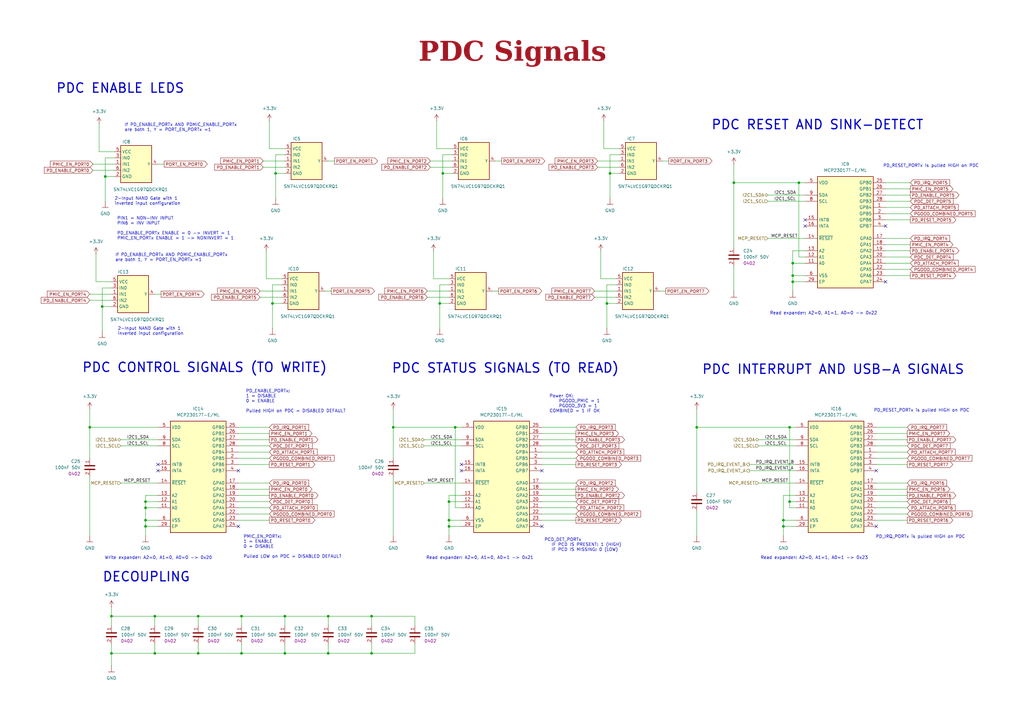
<source format=kicad_sch>
(kicad_sch (version 20250114) (generator "eeschema") (generator_version "9.0")
  (paper "A3")
  (title_block (title "PDC Signals") (date "2026-02-05") (rev "1.0.0") (company "DvidMakesThings"))
  (text "Read expander: A2=0, A1=1, A0=1 -> 0x23" (at 311.912 228.854 0) (effects (font (size 1.27 1.27)) (justify left)))
  (text "PD_RESET_PORTx is pulled HIGH on PDC" (at 358.394 168.402 0) (effects (font (size 1.27 1.27)) (justify left)))
  (text "DECOUPLING" (at 41.91 236.728 0) (effects (font (size 3.81 3.81) (thickness 0.508) (bold yes)) (justify left)))
  (text "Write expander: A2=0, A1=0, A0=0 -> 0x20" (at 42.926 228.854 0) (effects (font (size 1.27 1.27)) (justify left)))
  (text "PD_IRQ_PORTx is pulled HIGH on PDC" (at 359.156 220.218 0) (effects (font (size 1.27 1.27)) (justify left)))
  (text "PDC INTERRUPT AND USB-A SIGNALS" (at 287.782 151.638 0) (effects (font (size 3.81 3.81) (thickness 0.508) (bold yes)) (justify left)))
  (text "PD_ENABLE_PORTx: \n1 = DISABLE\n0 = ENABLE\n\nPulled HIGH on PDC = DISABLED DEFAULT" (at 100.838 164.592 0) (effects (font (size 1.27 1.27)) (justify left)))
  (text "Read expander: A2=0, A1=1, A0=0 -> 0x22" (at 315.722 128.524 0) (effects (font (size 1.27 1.27)) (justify left)))
  (text "PDC RESET AND SINK-DETECT" (at 291.592 51.308 0) (effects (font (size 3.81 3.81) (thickness 0.508) (bold yes)) (justify left)))
  (text "If PD_ENABLE_PORTx AND PDMIC_ENABLE_PORTx \nare both 1, Y = PORT_EN_PORTx =1" (at 47.244 105.664 0) (effects (font (size 1.27 1.27)) (justify left)))
  (text "PCD_DET_PORTx \n   IF PCD IS PRESENT: 1 (HIGH)\n   IF PCD IS MISSING: 0 (LOW)" (at 223.266 223.52 0) (effects (font (size 1.27 1.27)) (justify left)))
  (text "PDC STATUS SIGNALS (TO READ)" (at 160.528 151.13 0) (effects (font (size 3.81 3.81) (thickness 0.508) (bold yes)) (justify left)))
  (text "PD_RESET_PORTx is pulled HIGH on PDC" (at 362.204 68.072 0) (effects (font (size 1.27 1.27)) (justify left)))
  (text "2-Input NAND Gate with 1 \ninverted input configuration" (at 46.99 82.55 0) (effects (font (size 1.27 1.27)) (justify left)))
  (text "Read expander: A2=0, A1=0, A0=1 -> 0x21" (at 174.752 228.854 0) (effects (font (size 1.27 1.27)) (justify left)))
  (text "2-Input NAND Gate with 1 \ninverted input configuration" (at 48.26 135.89 0) (effects (font (size 1.27 1.27)) (justify left)))
  (text "PDC CONTROL SIGNALS (TO WRITE)" (at 33.528 150.876 0) (effects (font (size 3.81 3.81) (thickness 0.508) (bold yes)) (justify left)))
  (text "Power OK: \n    PGOOD_PMIC = 1\n    PGOOD_3V3 = 1\nCOMBINED = 1 IF OK" (at 225.298 165.608 0) (effects (font (size 1.27 1.27)) (justify left)))
  (text "If PD_ENABLE_PORTx AND PDMIC_ENABLE_PORTx \nare both 1, Y = PORT_EN_PORTx =1" (at 51.054 52.324 0) (effects (font (size 1.27 1.27)) (justify left)))
  (text "PMIC_EN_PORTx: \n1 = ENABLE\n0 = DISABLE\n\nPulled LOW on PDC = DISABLED DEFAULT" (at 99.822 224.282 0) (effects (font (size 1.27 1.27)) (justify left)))
  (text "PDC ENABLE LEDS" (at 22.86 36.322 0) (effects (font (size 3.81 3.81) (thickness 0.508) (bold yes)) (justify left)))
  (text "PIN1 = NON-INV INPUT\nPIN6 = INV INPUT\n\nPD_ENABLE_PORTx ENABLE = 0 -> INVERT = 1\nPMIC_EN_PORTx ENABLE = 1 -> NONINVERT = 1" (at 48.006 93.726 0) (effects (font (size 1.27 1.27)) (justify left)))
  (text_box "PDC Signals" (at 12.7 15.24 0) (size 394.97 12.7) (margins 5.9999 5.9999 5.9999 5.9999) (stroke (width -0.0001)) (effects (font (size 8 8) (thickness 1.2) (bold yes))))
  (junction (at 285.75 175.26))
  (junction (at 321.31 215.9))
  (junction (at 113.03 71.12))
  (junction (at 99.06 267.97))
  (junction (at 180.34 124.46))
  (junction (at 59.69 215.9))
  (junction (at 59.69 208.28))
  (junction (at 111.76 124.46))
  (junction (at 116.84 267.97))
  (junction (at 161.29 175.26))
  (junction (at 63.5 267.97))
  (junction (at 325.12 115.57))
  (junction (at 250.19 71.12))
  (junction (at 152.4 252.73))
  (junction (at 300.99 74.93))
  (junction (at 325.12 107.95))
  (junction (at 323.85 205.74))
  (junction (at 184.15 213.36))
  (junction (at 181.61 71.12))
  (junction (at 63.5 252.73))
  (junction (at 36.83 175.26))
  (junction (at 323.85 175.26))
  (junction (at 81.28 267.97))
  (junction (at 59.69 205.74))
  (junction (at 134.62 252.73))
  (junction (at 41.91 125.73))
  (junction (at 186.69 175.26))
  (junction (at 45.72 267.97))
  (junction (at 184.15 205.74))
  (junction (at 116.84 252.73))
  (junction (at 99.06 252.73))
  (junction (at 184.15 215.9))
  (junction (at 321.31 213.36))
  (junction (at 248.92 124.46))
  (junction (at 325.12 113.03))
  (junction (at 134.62 267.97))
  (junction (at 43.18 72.39))
  (junction (at 45.72 252.73))
  (junction (at 152.4 267.97))
  (junction (at 59.69 213.36))
  (junction (at 81.28 252.73))
  (junction (at 327.66 74.93))
  (no_connect (at 330.2 90.17))
  (no_connect (at 359.41 193.04))
  (no_connect (at 330.2 92.71))
  (no_connect (at 64.77 190.5))
  (no_connect (at 363.22 92.71))
  (no_connect (at 64.77 193.04))
  (no_connect (at 97.79 215.9))
  (no_connect (at 359.41 215.9))
  (no_connect (at 97.79 193.04))
  (no_connect (at 189.23 193.04))
  (no_connect (at 363.22 115.57))
  (no_connect (at 189.23 190.5))
  (no_connect (at 222.25 215.9))
  (no_connect (at 222.25 193.04))
  (wire (pts (xy 176.53 66.04) (xy 185.42 66.04)))
  (wire (pts (xy 250.19 71.12) (xy 250.19 81.28)))
  (wire (pts (xy 59.69 215.9) (xy 59.69 219.71)))
  (wire (pts (xy 81.28 252.73) (xy 81.28 256.54)))
  (wire (pts (xy 222.25 175.26) (xy 236.22 175.26)))
  (wire (pts (xy 222.25 198.12) (xy 236.22 198.12)))
  (wire (pts (xy 184.15 213.36) (xy 189.23 213.36)))
  (wire (pts (xy 40.64 62.23) (xy 46.99 62.23)))
  (wire (pts (xy 204.47 119.38) (xy 201.93 119.38)))
  (wire (pts (xy 222.25 190.5) (xy 236.22 190.5)))
  (wire (pts (xy 327.66 105.41) (xy 327.66 74.93)))
  (wire (pts (xy 110.49 49.53) (xy 110.49 60.96)))
  (wire (pts (xy 111.76 124.46) (xy 111.76 134.62)))
  (wire (pts (xy 373.38 90.17) (xy 363.22 90.17)))
  (wire (pts (xy 107.95 66.04) (xy 116.84 66.04)))
  (wire (pts (xy 184.15 213.36) (xy 184.15 215.9)))
  (wire (pts (xy 134.62 267.97) (xy 152.4 267.97)))
  (wire (pts (xy 300.99 74.93) (xy 327.66 74.93)))
  (wire (pts (xy 97.79 200.66) (xy 110.49 200.66)))
  (wire (pts (xy 222.25 203.2) (xy 236.22 203.2)))
  (wire (pts (xy 40.64 50.8) (xy 40.64 62.23)))
  (wire (pts (xy 180.34 116.84) (xy 180.34 124.46)))
  (wire (pts (xy 38.1 67.31) (xy 46.99 67.31)))
  (wire (pts (xy 59.69 213.36) (xy 64.77 213.36)))
  (wire (pts (xy 325.12 107.95) (xy 330.2 107.95)))
  (wire (pts (xy 106.68 121.92) (xy 115.57 121.92)))
  (wire (pts (xy 246.38 114.3) (xy 252.73 114.3)))
  (wire (pts (xy 185.42 63.5) (xy 181.61 63.5)))
  (wire (pts (xy 45.72 252.73) (xy 45.72 256.54)))
  (wire (pts (xy 184.15 215.9) (xy 184.15 219.71)))
  (wire (pts (xy 99.06 252.73) (xy 99.06 256.54)))
  (wire (pts (xy 307.34 190.5) (xy 326.39 190.5)))
  (wire (pts (xy 66.04 120.65) (xy 63.5 120.65)))
  (wire (pts (xy 373.38 85.09) (xy 363.22 85.09)))
  (wire (pts (xy 372.11 175.26) (xy 359.41 175.26)))
  (wire (pts (xy 330.2 105.41) (xy 327.66 105.41)))
  (wire (pts (xy 59.69 203.2) (xy 59.69 205.74)))
  (wire (pts (xy 152.4 267.97) (xy 170.18 267.97)))
  (wire (pts (xy 116.84 71.12) (xy 113.03 71.12)))
  (wire (pts (xy 36.83 167.64) (xy 36.83 175.26)))
  (wire (pts (xy 59.69 215.9) (xy 64.77 215.9)))
  (wire (pts (xy 300.99 67.31) (xy 300.99 74.93)))
  (wire (pts (xy 311.15 182.88) (xy 326.39 182.88)))
  (wire (pts (xy 372.11 213.36) (xy 359.41 213.36)))
  (wire (pts (xy 321.31 215.9) (xy 321.31 219.71)))
  (wire (pts (xy 115.57 116.84) (xy 111.76 116.84)))
  (wire (pts (xy 184.15 124.46) (xy 180.34 124.46)))
  (wire (pts (xy 152.4 267.97) (xy 152.4 264.16)))
  (wire (pts (xy 285.75 167.64) (xy 285.75 175.26)))
  (wire (pts (xy 97.79 187.96) (xy 110.49 187.96)))
  (wire (pts (xy 113.03 71.12) (xy 113.03 81.28)))
  (wire (pts (xy 97.79 177.8) (xy 110.49 177.8)))
  (wire (pts (xy 222.25 208.28) (xy 236.22 208.28)))
  (wire (pts (xy 325.12 102.87) (xy 325.12 107.95)))
  (wire (pts (xy 222.25 200.66) (xy 236.22 200.66)))
  (wire (pts (xy 181.61 63.5) (xy 181.61 71.12)))
  (wire (pts (xy 325.12 113.03) (xy 325.12 115.57)))
  (wire (pts (xy 321.31 215.9) (xy 326.39 215.9)))
  (wire (pts (xy 314.96 80.01) (xy 330.2 80.01)))
  (wire (pts (xy 59.69 205.74) (xy 59.69 208.28)))
  (wire (pts (xy 189.23 208.28) (xy 186.69 208.28)))
  (wire (pts (xy 135.89 119.38) (xy 133.35 119.38)))
  (wire (pts (xy 185.42 71.12) (xy 181.61 71.12)))
  (wire (pts (xy 373.38 105.41) (xy 363.22 105.41)))
  (wire (pts (xy 373.38 97.79) (xy 363.22 97.79)))
  (wire (pts (xy 81.28 252.73) (xy 99.06 252.73)))
  (wire (pts (xy 189.23 175.26) (xy 186.69 175.26)))
  (wire (pts (xy 300.99 74.93) (xy 300.99 101.6)))
  (wire (pts (xy 252.73 116.84) (xy 248.92 116.84)))
  (wire (pts (xy 325.12 113.03) (xy 330.2 113.03)))
  (wire (pts (xy 59.69 208.28) (xy 59.69 213.36)))
  (wire (pts (xy 134.62 252.73) (xy 152.4 252.73)))
  (wire (pts (xy 177.8 114.3) (xy 184.15 114.3)))
  (wire (pts (xy 184.15 116.84) (xy 180.34 116.84)))
  (wire (pts (xy 63.5 267.97) (xy 81.28 267.97)))
  (wire (pts (xy 321.31 213.36) (xy 321.31 215.9)))
  (wire (pts (xy 63.5 252.73) (xy 81.28 252.73)))
  (wire (pts (xy 137.16 66.04) (xy 134.62 66.04)))
  (wire (pts (xy 46.99 64.77) (xy 43.18 64.77)))
  (wire (pts (xy 170.18 252.73) (xy 170.18 256.54)))
  (wire (pts (xy 222.25 185.42) (xy 236.22 185.42)))
  (wire (pts (xy 311.15 180.34) (xy 326.39 180.34)))
  (wire (pts (xy 134.62 267.97) (xy 134.62 264.16)))
  (wire (pts (xy 184.15 215.9) (xy 189.23 215.9)))
  (wire (pts (xy 372.11 208.28) (xy 359.41 208.28)))
  (wire (pts (xy 325.12 115.57) (xy 330.2 115.57)))
  (wire (pts (xy 184.15 203.2) (xy 184.15 205.74)))
  (wire (pts (xy 41.91 125.73) (xy 41.91 135.89)))
  (wire (pts (xy 323.85 208.28) (xy 323.85 205.74)))
  (wire (pts (xy 107.95 68.58) (xy 116.84 68.58)))
  (wire (pts (xy 152.4 252.73) (xy 152.4 256.54)))
  (wire (pts (xy 326.39 203.2) (xy 321.31 203.2)))
  (wire (pts (xy 245.11 68.58) (xy 254 68.58)))
  (wire (pts (xy 45.72 273.05) (xy 45.72 267.97)))
  (wire (pts (xy 326.39 208.28) (xy 323.85 208.28)))
  (wire (pts (xy 116.84 252.73) (xy 134.62 252.73)))
  (wire (pts (xy 152.4 252.73) (xy 170.18 252.73)))
  (wire (pts (xy 373.38 87.63) (xy 363.22 87.63)))
  (wire (pts (xy 81.28 267.97) (xy 99.06 267.97)))
  (wire (pts (xy 285.75 219.71) (xy 285.75 209.55)))
  (wire (pts (xy 250.19 63.5) (xy 250.19 71.12)))
  (wire (pts (xy 109.22 102.87) (xy 109.22 114.3)))
  (wire (pts (xy 372.11 182.88) (xy 359.41 182.88)))
  (wire (pts (xy 372.11 198.12) (xy 359.41 198.12)))
  (wire (pts (xy 373.38 77.47) (xy 363.22 77.47)))
  (wire (pts (xy 97.79 210.82) (xy 110.49 210.82)))
  (wire (pts (xy 323.85 205.74) (xy 323.85 175.26)))
  (wire (pts (xy 177.8 102.87) (xy 177.8 114.3)))
  (wire (pts (xy 222.25 177.8) (xy 236.22 177.8)))
  (wire (pts (xy 99.06 267.97) (xy 99.06 264.16)))
  (wire (pts (xy 330.2 102.87) (xy 325.12 102.87)))
  (wire (pts (xy 173.99 180.34) (xy 189.23 180.34)))
  (wire (pts (xy 252.73 124.46) (xy 248.92 124.46)))
  (wire (pts (xy 327.66 74.93) (xy 330.2 74.93)))
  (wire (pts (xy 134.62 252.73) (xy 134.62 256.54)))
  (wire (pts (xy 99.06 252.73) (xy 116.84 252.73)))
  (wire (pts (xy 110.49 60.96) (xy 116.84 60.96)))
  (wire (pts (xy 247.65 49.53) (xy 247.65 60.96)))
  (wire (pts (xy 326.39 205.74) (xy 323.85 205.74)))
  (wire (pts (xy 285.75 175.26) (xy 285.75 201.93)))
  (wire (pts (xy 36.83 123.19) (xy 45.72 123.19)))
  (wire (pts (xy 49.53 198.12) (xy 64.77 198.12)))
  (wire (pts (xy 67.31 67.31) (xy 64.77 67.31)))
  (wire (pts (xy 254 71.12) (xy 250.19 71.12)))
  (wire (pts (xy 311.15 198.12) (xy 326.39 198.12)))
  (wire (pts (xy 45.72 252.73) (xy 63.5 252.73)))
  (wire (pts (xy 372.11 205.74) (xy 359.41 205.74)))
  (wire (pts (xy 248.92 124.46) (xy 248.92 134.62)))
  (wire (pts (xy 59.69 213.36) (xy 59.69 215.9)))
  (wire (pts (xy 222.25 213.36) (xy 236.22 213.36)))
  (wire (pts (xy 373.38 110.49) (xy 363.22 110.49)))
  (wire (pts (xy 45.72 248.92) (xy 45.72 252.73)))
  (wire (pts (xy 36.83 120.65) (xy 45.72 120.65)))
  (wire (pts (xy 176.53 68.58) (xy 185.42 68.58)))
  (wire (pts (xy 64.77 175.26) (xy 36.83 175.26)))
  (wire (pts (xy 373.38 100.33) (xy 363.22 100.33)))
  (wire (pts (xy 64.77 203.2) (xy 59.69 203.2)))
  (wire (pts (xy 248.92 116.84) (xy 248.92 124.46)))
  (wire (pts (xy 49.53 182.88) (xy 64.77 182.88)))
  (wire (pts (xy 170.18 267.97) (xy 170.18 264.16)))
  (wire (pts (xy 373.38 113.03) (xy 363.22 113.03)))
  (wire (pts (xy 372.11 203.2) (xy 359.41 203.2)))
  (wire (pts (xy 321.31 213.36) (xy 326.39 213.36)))
  (wire (pts (xy 325.12 115.57) (xy 325.12 119.38)))
  (wire (pts (xy 46.99 72.39) (xy 43.18 72.39)))
  (wire (pts (xy 38.1 69.85) (xy 46.99 69.85)))
  (wire (pts (xy 115.57 124.46) (xy 111.76 124.46)))
  (wire (pts (xy 373.38 82.55) (xy 363.22 82.55)))
  (wire (pts (xy 39.37 104.14) (xy 39.37 115.57)))
  (wire (pts (xy 173.99 198.12) (xy 189.23 198.12)))
  (wire (pts (xy 372.11 210.82) (xy 359.41 210.82)))
  (wire (pts (xy 372.11 185.42) (xy 359.41 185.42)))
  (wire (pts (xy 180.34 124.46) (xy 180.34 134.62)))
  (wire (pts (xy 285.75 175.26) (xy 323.85 175.26)))
  (wire (pts (xy 325.12 107.95) (xy 325.12 113.03)))
  (wire (pts (xy 97.79 208.28) (xy 110.49 208.28)))
  (wire (pts (xy 186.69 175.26) (xy 161.29 175.26)))
  (wire (pts (xy 243.84 121.92) (xy 252.73 121.92)))
  (wire (pts (xy 179.07 49.53) (xy 179.07 60.96)))
  (wire (pts (xy 97.79 185.42) (xy 110.49 185.42)))
  (wire (pts (xy 36.83 219.71) (xy 36.83 195.58)))
  (wire (pts (xy 97.79 205.74) (xy 110.49 205.74)))
  (wire (pts (xy 205.74 66.04) (xy 203.2 66.04)))
  (wire (pts (xy 179.07 60.96) (xy 185.42 60.96)))
  (wire (pts (xy 372.11 177.8) (xy 359.41 177.8)))
  (wire (pts (xy 45.72 267.97) (xy 63.5 267.97)))
  (wire (pts (xy 273.05 119.38) (xy 270.51 119.38)))
  (wire (pts (xy 307.34 193.04) (xy 326.39 193.04)))
  (wire (pts (xy 373.38 80.01) (xy 363.22 80.01)))
  (wire (pts (xy 49.53 180.34) (xy 64.77 180.34)))
  (wire (pts (xy 173.99 182.88) (xy 189.23 182.88)))
  (wire (pts (xy 245.11 66.04) (xy 254 66.04)))
  (wire (pts (xy 97.79 190.5) (xy 110.49 190.5)))
  (wire (pts (xy 39.37 115.57) (xy 45.72 115.57)))
  (wire (pts (xy 314.96 82.55) (xy 330.2 82.55)))
  (wire (pts (xy 161.29 219.71) (xy 161.29 195.58)))
  (wire (pts (xy 373.38 74.93) (xy 363.22 74.93)))
  (wire (pts (xy 184.15 205.74) (xy 189.23 205.74)))
  (wire (pts (xy 222.25 187.96) (xy 236.22 187.96)))
  (wire (pts (xy 63.5 252.73) (xy 63.5 256.54)))
  (wire (pts (xy 373.38 107.95) (xy 363.22 107.95)))
  (wire (pts (xy 300.99 119.38) (xy 300.99 109.22)))
  (wire (pts (xy 99.06 267.97) (xy 116.84 267.97)))
  (wire (pts (xy 111.76 116.84) (xy 111.76 124.46)))
  (wire (pts (xy 45.72 267.97) (xy 45.72 264.16)))
  (wire (pts (xy 222.25 210.82) (xy 236.22 210.82)))
  (wire (pts (xy 254 63.5) (xy 250.19 63.5)))
  (wire (pts (xy 161.29 167.64) (xy 161.29 175.26)))
  (wire (pts (xy 97.79 213.36) (xy 110.49 213.36)))
  (wire (pts (xy 45.72 125.73) (xy 41.91 125.73)))
  (wire (pts (xy 97.79 203.2) (xy 110.49 203.2)))
  (wire (pts (xy 43.18 72.39) (xy 43.18 82.55)))
  (wire (pts (xy 59.69 208.28) (xy 64.77 208.28)))
  (wire (pts (xy 372.11 190.5) (xy 359.41 190.5)))
  (wire (pts (xy 222.25 205.74) (xy 236.22 205.74)))
  (wire (pts (xy 116.84 267.97) (xy 134.62 267.97)))
  (wire (pts (xy 41.91 118.11) (xy 41.91 125.73)))
  (wire (pts (xy 109.22 114.3) (xy 115.57 114.3)))
  (wire (pts (xy 106.68 119.38) (xy 115.57 119.38)))
  (wire (pts (xy 246.38 102.87) (xy 246.38 114.3)))
  (wire (pts (xy 45.72 118.11) (xy 41.91 118.11)))
  (wire (pts (xy 97.79 175.26) (xy 110.49 175.26)))
  (wire (pts (xy 116.84 63.5) (xy 113.03 63.5)))
  (wire (pts (xy 247.65 60.96) (xy 254 60.96)))
  (wire (pts (xy 189.23 203.2) (xy 184.15 203.2)))
  (wire (pts (xy 222.25 182.88) (xy 236.22 182.88)))
  (wire (pts (xy 372.11 187.96) (xy 359.41 187.96)))
  (wire (pts (xy 175.26 121.92) (xy 184.15 121.92)))
  (wire (pts (xy 63.5 267.97) (xy 63.5 264.16)))
  (wire (pts (xy 181.61 71.12) (xy 181.61 81.28)))
  (wire (pts (xy 184.15 205.74) (xy 184.15 213.36)))
  (wire (pts (xy 243.84 119.38) (xy 252.73 119.38)))
  (wire (pts (xy 321.31 203.2) (xy 321.31 213.36)))
  (wire (pts (xy 274.32 66.04) (xy 271.78 66.04)))
  (wire (pts (xy 175.26 119.38) (xy 184.15 119.38)))
  (wire (pts (xy 116.84 252.73) (xy 116.84 256.54)))
  (wire (pts (xy 372.11 180.34) (xy 359.41 180.34)))
  (wire (pts (xy 323.85 175.26) (xy 326.39 175.26)))
  (wire (pts (xy 373.38 102.87) (xy 363.22 102.87)))
  (wire (pts (xy 97.79 180.34) (xy 110.49 180.34)))
  (wire (pts (xy 97.79 198.12) (xy 110.49 198.12)))
  (wire (pts (xy 81.28 267.97) (xy 81.28 264.16)))
  (wire (pts (xy 36.83 175.26) (xy 36.83 187.96)))
  (wire (pts (xy 97.79 182.88) (xy 110.49 182.88)))
  (wire (pts (xy 161.29 175.26) (xy 161.29 187.96)))
  (wire (pts (xy 116.84 267.97) (xy 116.84 264.16)))
  (wire (pts (xy 222.25 180.34) (xy 236.22 180.34)))
  (wire (pts (xy 372.11 200.66) (xy 359.41 200.66)))
  (wire (pts (xy 59.69 205.74) (xy 64.77 205.74)))
  (wire (pts (xy 43.18 64.77) (xy 43.18 72.39)))
  (wire (pts (xy 186.69 208.28) (xy 186.69 175.26)))
  (wire (pts (xy 314.96 97.79) (xy 330.2 97.79)))
  (wire (pts (xy 113.03 63.5) (xy 113.03 71.12)))
  (label "MCP_RESET" (at 50.8 198.12 0))
  (label "MCP_RESET" (at 316.23 97.79 0))
  (label "MCP_RESET" (at 312.42 198.12 0))
  (label "I2C1_SDA" (at 313.69 180.34 0))
  (label "I2C1_SDA" (at 52.07 180.34 0))
  (label "I2C1_SCL" (at 317.5 82.55 0))
  (label "I2C1_SCL" (at 52.07 182.88 0))
  (label "I2C1_SCL" (at 176.53 182.88 0))
  (label "MCP_RESET" (at 175.26 198.12 0))
  (label "I2C1_SDA" (at 317.5 80.01 0))
  (label "I2C1_SCL" (at 313.69 182.88 0))
  (label "PD_IRQ_EVENT_A" (at 309.88 193.04 0))
  (label "PD_IRQ_EVENT_B" (at 309.88 190.5 0))
  (label "I2C1_SDA" (at 176.53 180.34 0))
  (global_label "PD_RESET_PORT6" (shape output) (at 372.11 213.36 0) (property "Intersheetrefs" "${INTERSHEET_REFS}" (effects (hide yes))))
  (global_label "PD_IRQ_PORT3" (shape input) (at 236.22 175.26 0) (property "Intersheetrefs" "${INTERSHEET_REFS}" (effects (hide yes))))
  (global_label "PD_ATTACH_PORT0" (shape input) (at 110.49 208.28 0) (property "Intersheetrefs" "${INTERSHEET_REFS}" (effects (hide yes))))
  (global_label "PD_ENABLE_PORT5" (shape output) (at 373.38 80.01 0) (property "Intersheetrefs" "${INTERSHEET_REFS}" (effects (hide yes))))
  (global_label "PDC_DET_PORT5" (shape input) (at 373.38 82.55 0) (property "Intersheetrefs" "${INTERSHEET_REFS}" (effects (hide yes))))
  (global_label "PD_ATTACH_PORT2" (shape input) (at 236.22 208.28 0) (property "Intersheetrefs" "${INTERSHEET_REFS}" (effects (hide yes))))
  (global_label "PGOOD_COMBINED_PORT4" (shape input) (at 373.38 110.49 0) (property "Intersheetrefs" "${INTERSHEET_REFS}" (effects (hide yes))))
  (global_label "PMIC_EN_PORT2" (shape output) (at 236.22 200.66 0) (property "Intersheetrefs" "${INTERSHEET_REFS}" (effects (hide yes))))
  (global_label "PDC_DET_PORT3" (shape input) (at 236.22 182.88 0) (property "Intersheetrefs" "${INTERSHEET_REFS}" (effects (hide yes))))
  (global_label "PDC_DET_PORT7" (shape input) (at 372.11 182.88 0) (property "Intersheetrefs" "${INTERSHEET_REFS}" (effects (hide yes))))
  (global_label "PORT_EN_PORT0" (shape output) (at 67.31 67.31 0) (property "Intersheetrefs" "${INTERSHEET_REFS}" (effects (hide yes))))
  (global_label "PD_ENABLE_PORT6" (shape input) (at 175.26 121.92 180) (property "Intersheetrefs" "${INTERSHEET_REFS}" (effects (hide yes))))
  (global_label "PORT_EN_PORT6" (shape output) (at 204.47 119.38 0) (property "Intersheetrefs" "${INTERSHEET_REFS}" (effects (hide yes))))
  (global_label "PD_ATTACH_PORT6" (shape input) (at 372.11 208.28 0) (property "Intersheetrefs" "${INTERSHEET_REFS}" (effects (hide yes))))
  (global_label "PD_IRQ_PORT6" (shape input) (at 372.11 198.12 0) (property "Intersheetrefs" "${INTERSHEET_REFS}" (effects (hide yes))))
  (global_label "PD_ATTACH_PORT7" (shape input) (at 372.11 185.42 0) (property "Intersheetrefs" "${INTERSHEET_REFS}" (effects (hide yes))))
  (global_label "PD_ENABLE_PORT1" (shape output) (at 110.49 180.34 0) (property "Intersheetrefs" "${INTERSHEET_REFS}" (effects (hide yes))))
  (global_label "PD_IRQ_PORT1" (shape input) (at 110.49 175.26 0) (property "Intersheetrefs" "${INTERSHEET_REFS}" (effects (hide yes))))
  (global_label "PMIC_EN_PORT4" (shape output) (at 373.38 100.33 0) (property "Intersheetrefs" "${INTERSHEET_REFS}" (effects (hide yes))))
  (global_label "PD_ENABLE_PORT3" (shape input) (at 245.11 68.58 180) (property "Intersheetrefs" "${INTERSHEET_REFS}" (effects (hide yes))))
  (global_label "PGOOD_COMBINED_PORT7" (shape input) (at 372.11 187.96 0) (property "Intersheetrefs" "${INTERSHEET_REFS}" (effects (hide yes))))
  (global_label "PD_ATTACH_PORT5" (shape input) (at 373.38 85.09 0) (property "Intersheetrefs" "${INTERSHEET_REFS}" (effects (hide yes))))
  (global_label "PD_ENABLE_PORT2" (shape input) (at 176.53 68.58 180) (property "Intersheetrefs" "${INTERSHEET_REFS}" (effects (hide yes))))
  (global_label "PGOOD_COMBINED_PORT1" (shape input) (at 110.49 187.96 0) (property "Intersheetrefs" "${INTERSHEET_REFS}" (effects (hide yes))))
  (global_label "PD_RESET_PORT3" (shape output) (at 236.22 190.5 0) (property "Intersheetrefs" "${INTERSHEET_REFS}" (effects (hide yes))))
  (global_label "PMIC_EN_PORT7" (shape output) (at 372.11 177.8 0) (property "Intersheetrefs" "${INTERSHEET_REFS}" (effects (hide yes))))
  (global_label "PGOOD_COMBINED_PORT2" (shape input) (at 236.22 210.82 0) (property "Intersheetrefs" "${INTERSHEET_REFS}" (effects (hide yes))))
  (global_label "PMIC_EN_PORT5" (shape output) (at 373.38 77.47 0) (property "Intersheetrefs" "${INTERSHEET_REFS}" (effects (hide yes))))
  (global_label "PORT_EN_PORT5" (shape output) (at 135.89 119.38 0) (property "Intersheetrefs" "${INTERSHEET_REFS}" (effects (hide yes))))
  (global_label "PD_ATTACH_PORT1" (shape input) (at 110.49 185.42 0) (property "Intersheetrefs" "${INTERSHEET_REFS}" (effects (hide yes))))
  (global_label "PD_RESET_PORT5" (shape output) (at 373.38 90.17 0) (property "Intersheetrefs" "${INTERSHEET_REFS}" (effects (hide yes))))
  (global_label "PD_ENABLE_PORT4" (shape input) (at 36.83 123.19 180) (property "Intersheetrefs" "${INTERSHEET_REFS}" (effects (hide yes))))
  (global_label "PD_ATTACH_PORT4" (shape input) (at 373.38 107.95 0) (property "Intersheetrefs" "${INTERSHEET_REFS}" (effects (hide yes))))
  (global_label "PD_RESET_PORT7" (shape output) (at 372.11 190.5 0) (property "Intersheetrefs" "${INTERSHEET_REFS}" (effects (hide yes))))
  (global_label "PD_ENABLE_PORT0" (shape output) (at 110.49 203.2 0) (property "Intersheetrefs" "${INTERSHEET_REFS}" (effects (hide yes))))
  (global_label "PMIC_EN_PORT3" (shape input) (at 245.11 66.04 180) (property "Intersheetrefs" "${INTERSHEET_REFS}" (effects (hide yes))))
  (global_label "PD_ENABLE_PORT1" (shape input) (at 107.95 68.58 180) (property "Intersheetrefs" "${INTERSHEET_REFS}" (effects (hide yes))))
  (global_label "PD_ENABLE_PORT6" (shape output) (at 372.11 203.2 0) (property "Intersheetrefs" "${INTERSHEET_REFS}" (effects (hide yes))))
  (global_label "PDC_DET_PORT1" (shape input) (at 110.49 182.88 0) (property "Intersheetrefs" "${INTERSHEET_REFS}" (effects (hide yes))))
  (global_label "PD_RESET_PORT4" (shape output) (at 373.38 113.03 0) (property "Intersheetrefs" "${INTERSHEET_REFS}" (effects (hide yes))))
  (global_label "PORT_EN_PORT2" (shape output) (at 205.74 66.04 0) (property "Intersheetrefs" "${INTERSHEET_REFS}" (effects (hide yes))))
  (global_label "PGOOD_COMBINED_PORT6" (shape input) (at 372.11 210.82 0) (property "Intersheetrefs" "${INTERSHEET_REFS}" (effects (hide yes))))
  (global_label "PDC_DET_PORT2" (shape input) (at 236.22 205.74 0) (property "Intersheetrefs" "${INTERSHEET_REFS}" (effects (hide yes))))
  (global_label "PMIC_EN_PORT2" (shape input) (at 176.53 66.04 180) (property "Intersheetrefs" "${INTERSHEET_REFS}" (effects (hide yes))))
  (global_label "PDC_DET_PORT4" (shape input) (at 373.38 105.41 0) (property "Intersheetrefs" "${INTERSHEET_REFS}" (effects (hide yes))))
  (global_label "PMIC_EN_PORT0" (shape input) (at 38.1 67.31 180) (property "Intersheetrefs" "${INTERSHEET_REFS}" (effects (hide yes))))
  (global_label "PD_ENABLE_PORT5" (shape input) (at 106.68 121.92 180) (property "Intersheetrefs" "${INTERSHEET_REFS}" (effects (hide yes))))
  (global_label "PMIC_EN_PORT5" (shape input) (at 106.68 119.38 180) (property "Intersheetrefs" "${INTERSHEET_REFS}" (effects (hide yes))))
  (global_label "PD_IRQ_PORT0" (shape input) (at 110.49 198.12 0) (property "Intersheetrefs" "${INTERSHEET_REFS}" (effects (hide yes))))
  (global_label "PMIC_EN_PORT7" (shape input) (at 243.84 119.38 180) (property "Intersheetrefs" "${INTERSHEET_REFS}" (effects (hide yes))))
  (global_label "PD_IRQ_PORT7" (shape input) (at 372.11 175.26 0) (property "Intersheetrefs" "${INTERSHEET_REFS}" (effects (hide yes))))
  (global_label "PMIC_EN_PORT1" (shape input) (at 107.95 66.04 180) (property "Intersheetrefs" "${INTERSHEET_REFS}" (effects (hide yes))))
  (global_label "PD_RESET_PORT0" (shape output) (at 110.49 213.36 0) (property "Intersheetrefs" "${INTERSHEET_REFS}" (effects (hide yes))))
  (global_label "PMIC_EN_PORT4" (shape input) (at 36.83 120.65 180) (property "Intersheetrefs" "${INTERSHEET_REFS}" (effects (hide yes))))
  (global_label "PD_ENABLE_PORT4" (shape output) (at 373.38 102.87 0) (property "Intersheetrefs" "${INTERSHEET_REFS}" (effects (hide yes))))
  (global_label "PD_ATTACH_PORT3" (shape input) (at 236.22 185.42 0) (property "Intersheetrefs" "${INTERSHEET_REFS}" (effects (hide yes))))
  (global_label "PD_IRQ_PORT2" (shape input) (at 236.22 198.12 0) (property "Intersheetrefs" "${INTERSHEET_REFS}" (effects (hide yes))))
  (global_label "PD_ENABLE_PORT7" (shape input) (at 243.84 121.92 180) (property "Intersheetrefs" "${INTERSHEET_REFS}" (effects (hide yes))))
  (global_label "PMIC_EN_PORT1" (shape output) (at 110.49 177.8 0) (property "Intersheetrefs" "${INTERSHEET_REFS}" (effects (hide yes))))
  (global_label "PMIC_EN_PORT3" (shape output) (at 236.22 177.8 0) (property "Intersheetrefs" "${INTERSHEET_REFS}" (effects (hide yes))))
  (global_label "PMIC_EN_PORT0" (shape output) (at 110.49 200.66 0) (property "Intersheetrefs" "${INTERSHEET_REFS}" (effects (hide yes))))
  (global_label "PORT_EN_PORT4" (shape output) (at 66.04 120.65 0) (property "Intersheetrefs" "${INTERSHEET_REFS}" (effects (hide yes))))
  (global_label "PD_IRQ_PORT5" (shape input) (at 373.38 74.93 0) (property "Intersheetrefs" "${INTERSHEET_REFS}" (effects (hide yes))))
  (global_label "PD_ENABLE_PORT2" (shape output) (at 236.22 203.2 0) (property "Intersheetrefs" "${INTERSHEET_REFS}" (effects (hide yes))))
  (global_label "PMIC_EN_PORT6" (shape output) (at 372.11 200.66 0) (property "Intersheetrefs" "${INTERSHEET_REFS}" (effects (hide yes))))
  (global_label "PD_ENABLE_PORT0" (shape input) (at 38.1 69.85 180) (property "Intersheetrefs" "${INTERSHEET_REFS}" (effects (hide yes))))
  (global_label "PD_IRQ_PORT4" (shape input) (at 373.38 97.79 0) (property "Intersheetrefs" "${INTERSHEET_REFS}" (effects (hide yes))))
  (global_label "PORT_EN_PORT3" (shape output) (at 274.32 66.04 0) (property "Intersheetrefs" "${INTERSHEET_REFS}" (effects (hide yes))))
  (global_label "PMIC_EN_PORT6" (shape input) (at 175.26 119.38 180) (property "Intersheetrefs" "${INTERSHEET_REFS}" (effects (hide yes))))
  (global_label "PDC_DET_PORT6" (shape input) (at 372.11 205.74 0) (property "Intersheetrefs" "${INTERSHEET_REFS}" (effects (hide yes))))
  (global_label "PD_ENABLE_PORT7" (shape output) (at 372.11 180.34 0) (property "Intersheetrefs" "${INTERSHEET_REFS}" (effects (hide yes))))
  (global_label "PORT_EN_PORT1" (shape output) (at 137.16 66.04 0) (property "Intersheetrefs" "${INTERSHEET_REFS}" (effects (hide yes))))
  (global_label "PD_RESET_PORT1" (shape output) (at 110.49 190.5 0) (property "Intersheetrefs" "${INTERSHEET_REFS}" (effects (hide yes))))
  (global_label "PGOOD_COMBINED_PORT0" (shape input) (at 110.49 210.82 0) (property "Intersheetrefs" "${INTERSHEET_REFS}" (effects (hide yes))))
  (global_label "PD_ENABLE_PORT3" (shape output) (at 236.22 180.34 0) (property "Intersheetrefs" "${INTERSHEET_REFS}" (effects (hide yes))))
  (global_label "PGOOD_COMBINED_PORT5" (shape input) (at 373.38 87.63 0) (property "Intersheetrefs" "${INTERSHEET_REFS}" (effects (hide yes))))
  (global_label "PD_RESET_PORT2" (shape output) (at 236.22 213.36 0) (property "Intersheetrefs" "${INTERSHEET_REFS}" (effects (hide yes))))
  (global_label "PDC_DET_PORT0" (shape input) (at 110.49 205.74 0) (property "Intersheetrefs" "${INTERSHEET_REFS}" (effects (hide yes))))
  (global_label "PGOOD_COMBINED_PORT3" (shape input) (at 236.22 187.96 0) (property "Intersheetrefs" "${INTERSHEET_REFS}" (effects (hide yes))))
  (global_label "PORT_EN_PORT7" (shape output) (at 273.05 119.38 0) (property "Intersheetrefs" "${INTERSHEET_REFS}" (effects (hide yes))))
  (hierarchical_label "PD_IRQ_EVENT_B" (shape output) (at 307.34 190.5 180))
  (hierarchical_label "MCP_RESET" (shape input) (at 49.53 198.12 180))
  (hierarchical_label "I2C1_SDA" (shape bidirectional) (at 314.96 80.01 180))
  (hierarchical_label "I2C1_SDA" (shape bidirectional) (at 311.15 180.34 180))
  (hierarchical_label "I2C1_SCL" (shape input) (at 49.53 182.88 180))
  (hierarchical_label "I2C1_SCL" (shape input) (at 173.99 182.88 180))
  (hierarchical_label "I2C1_SDA" (shape bidirectional) (at 49.53 180.34 180))
  (hierarchical_label "I2C1_SDA" (shape bidirectional) (at 173.99 180.34 180))
  (hierarchical_label "I2C1_SCL" (shape input) (at 311.15 182.88 180))
  (hierarchical_label "PD_IRQ_EVENT_A" (shape output) (at 307.34 193.04 180))
  (hierarchical_label "MCP_RESET" (shape input) (at 311.15 198.12 180))
  (hierarchical_label "I2C1_SCL" (shape input) (at 314.96 82.55 180))
  (hierarchical_label "MCP_RESET" (shape input) (at 314.96 97.79 180))
  (hierarchical_label "MCP_RESET" (shape input) (at 173.99 198.12 180))
  (symbol (lib_id "DS_Capacitor_0402:100nF 50V 0402") (at 300.99 105.41 0) (unit 1)
    (property "Reference" "C24" (at 304.8 102.8699 0) (effects (justify left)))
    (property "Value" "100nF 50V" (at 304.8 105.4099 0) (effects (justify left)))
    (property "Footprint" "Capacitor_SMD:C_0402_1005Metric" (effects (hide yes)))
    (property "Description" "50V 100nF X7R ±10% 0402 Multilayer Ceramic Capacitors MLCC - SMD/SMT ROHS" (effects (hide yes)))
    (property "FOOTPRINT_SHORT" "0402" (at 304.8 107.9499 0) (effects (justify left)))
    (property "ROHS" "YES" (effects (hide yes)))
    (property "LCSC_PART" "C307331" (effects (hide yes)))
  )
  (symbol (lib_id "power:+3.3V") (at 109.22 102.87 0) (unit 1)
    (property "Reference" "#PWR0141" (effects (hide yes)))
    (property "Value" "+3.3V" (at 109.22 97.79 0))
    (property "Description" "Power symbol creates a global label with name \"+3.3V\"" (effects (hide yes)))
  )
  (symbol (lib_id "power:+3.3V") (at 285.75 167.64 0) (mirror y) (unit 1)
    (property "Reference" "#PWR0153" (effects (hide yes)))
    (property "Value" "+3.3V" (at 285.75 162.56 0))
    (property "Description" "Power symbol creates a global label with name \"+3.3V\"" (effects (hide yes)))
  )
  (symbol (lib_id "DS_Peripherals:MCP23017T-E/ML") (at 342.9 195.58 0) (unit 1)
    (property "Reference" "IC16" (at 342.9 167.64 0))
    (property "Value" "MCP23017T-E/ML" (at 342.9 170.18 0))
    (property "Footprint" "DS_Peripherals:QFN-28-1EP_6x6mm_P0.65mm_EP4.25x4.25mm_ThermalVias" (effects (hide yes)))
    (property "Datasheet" "https://ww1.microchip.com/downloads/aemDocuments/documents/APID/ProductDocuments/DataSheets/MCP23017-Data-Sheet-DS20001952.pdf" (effects (hide yes)))
    (property "Description" "I/O Expander 16 I2C 1.7 MHz 28-QFN (6x6)" (effects (hide yes)))
    (property "MPN" "MCP23017T-E/ML" (effects (hide yes)))
    (property "MFR" "Microchip Technology" (effects (hide yes)))
    (property "LCSC_PART" "C629439" (effects (hide yes)))
    (property "DIST1" "https://www.digikey.at/en/products/detail/microchip-technology/MCP23017T-E-ML/964183" (effects (hide yes)))
    (property "ROHS" "YES" (effects (hide yes)))
  )
  (symbol (lib_id "DS_Supply:GND") (at 300.99 119.38 0) (unit 1)
    (property "Reference" "#PWR0145" (effects (hide yes)))
    (property "Value" "GND" (at 300.99 124.46 0))
    (property "Description" "Power symbol creates a global label with name \"GND\" , ground" (effects (hide yes)))
  )
  (symbol (lib_id "DS_Peripherals:MCP23017T-E/ML") (at 205.74 195.58 0) (unit 1)
    (property "Reference" "IC15" (at 205.74 167.64 0))
    (property "Value" "MCP23017T-E/ML" (at 205.74 170.18 0))
    (property "Footprint" "DS_Peripherals:QFN-28-1EP_6x6mm_P0.65mm_EP4.25x4.25mm_ThermalVias" (effects (hide yes)))
    (property "Datasheet" "https://ww1.microchip.com/downloads/aemDocuments/documents/APID/ProductDocuments/DataSheets/MCP23017-Data-Sheet-DS20001952.pdf" (effects (hide yes)))
    (property "Description" "I/O Expander 16 I2C 1.7 MHz 28-QFN (6x6)" (effects (hide yes)))
    (property "MPN" "MCP23017T-E/ML" (effects (hide yes)))
    (property "MFR" "Microchip Technology" (effects (hide yes)))
    (property "LCSC_PART" "C629439" (effects (hide yes)))
    (property "DIST1" "https://www.digikey.at/en/products/detail/microchip-technology/MCP23017T-E-ML/964183" (effects (hide yes)))
    (property "ROHS" "YES" (effects (hide yes)))
  )
  (symbol (lib_id "power:+3.3V") (at 161.29 167.64 0) (mirror y) (unit 1)
    (property "Reference" "#PWR0152" (effects (hide yes)))
    (property "Value" "+3.3V" (at 161.29 162.56 0))
    (property "Description" "Power symbol creates a global label with name \"+3.3V\"" (effects (hide yes)))
  )
  (symbol (lib_id "DS_Capacitor_0402:100nF 50V 0402") (at 99.06 260.35 0) (unit 1)
    (property "Reference" "C31" (at 102.87 257.8099 0) (effects (justify left)))
    (property "Value" "100nF 50V" (at 102.87 260.3499 0) (effects (justify left)))
    (property "Footprint" "Capacitor_SMD:C_0402_1005Metric" (effects (hide yes)))
    (property "Description" "50V 100nF X7R ±10% 0402 Multilayer Ceramic Capacitors MLCC - SMD/SMT ROHS" (effects (hide yes)))
    (property "FOOTPRINT_SHORT" "0402" (at 102.87 262.8899 0) (effects (justify left)))
    (property "ROHS" "YES" (effects (hide yes)))
    (property "LCSC_PART" "C307331" (effects (hide yes)))
  )
  (symbol (lib_id "power:+3.3V") (at 177.8 102.87 0) (unit 1)
    (property "Reference" "#PWR0142" (effects (hide yes)))
    (property "Value" "+3.3V" (at 177.8 97.79 0))
    (property "Description" "Power symbol creates a global label with name \"+3.3V\"" (effects (hide yes)))
  )
  (symbol (lib_id "power:+3.3V") (at 40.64 50.8 0) (unit 1)
    (property "Reference" "#PWR0135" (effects (hide yes)))
    (property "Value" "+3.3V" (at 40.64 45.72 0))
    (property "Description" "Power symbol creates a global label with name \"+3.3V\"" (effects (hide yes)))
  )
  (symbol (lib_id "DS_Peripherals:SN74LVC1G97QDCKRQ1") (at 125.73 66.04 0) (unit 1)
    (property "Reference" "IC5" (at 121.666 56.896 0))
    (property "Value" "SN74LVC1G97QDCKRQ1" (at 127.508 76.454 0))
    (property "Footprint" "DS_Peripherals:SOT-363_SC-70-6" (effects (hide yes)))
    (property "Datasheet" "https://www.ti.com/general/docs/suppproductinfo.tsp?distId=10&gotoUrl=https%3A%2F%2Fwww.ti.com%2Flit%2Fgpn%2Fsn74lvc1g97-q1" (effects (hide yes)))
    (property "Description" "Configurable Multiple Function Configurable 1 Circuit 3 Input SC-70-6" (effects (hide yes)))
    (property "MPN" "SN74LVC1G97QDCKRQ1" (effects (hide yes)))
    (property "MFR" "Texas Instruments" (effects (hide yes)))
    (property "LCSC_PART" "C179911" (effects (hide yes)))
    (property "DIST1" "https://www.digikey.de/en/products/detail/texas-instruments/sn74lvc1g97qdckrq1/716453" (effects (hide yes)))
    (property "ROHS" "YES" (effects (hide yes)))
  )
  (symbol (lib_id "power:+3.3V") (at 179.07 49.53 0) (unit 1)
    (property "Reference" "#PWR0133" (effects (hide yes)))
    (property "Value" "+3.3V" (at 179.07 44.45 0))
    (property "Description" "Power symbol creates a global label with name \"+3.3V\"" (effects (hide yes)))
  )
  (symbol (lib_id "DS_Capacitor_0402:100nF 50V 0402") (at 170.18 260.35 0) (unit 1)
    (property "Reference" "C35" (at 173.99 257.8099 0) (effects (justify left)))
    (property "Value" "100nF 50V" (at 173.99 260.3499 0) (effects (justify left)))
    (property "Footprint" "Capacitor_SMD:C_0402_1005Metric" (effects (hide yes)))
    (property "Description" "50V 100nF X7R ±10% 0402 Multilayer Ceramic Capacitors MLCC - SMD/SMT ROHS" (effects (hide yes)))
    (property "FOOTPRINT_SHORT" "0402" (at 173.99 262.8899 0) (effects (justify left)))
    (property "ROHS" "YES" (effects (hide yes)))
    (property "LCSC_PART" "C307331" (effects (hide yes)))
  )
  (symbol (lib_id "power:+3.3V") (at 36.83 167.64 0) (mirror y) (unit 1)
    (property "Reference" "#PWR0151" (effects (hide yes)))
    (property "Value" "+3.3V" (at 36.83 162.56 0))
    (property "Description" "Power symbol creates a global label with name \"+3.3V\"" (effects (hide yes)))
  )
  (symbol (lib_id "DS_Supply:GND") (at 248.92 134.62 0) (unit 1)
    (property "Reference" "#PWR0149" (effects (hide yes)))
    (property "Value" "GND" (at 248.92 139.7 0))
    (property "Description" "Power symbol creates a global label with name \"GND\" , ground" (effects (hide yes)))
  )
  (symbol (lib_id "power:+3.3V") (at 246.38 102.87 0) (unit 1)
    (property "Reference" "#PWR0143" (effects (hide yes)))
    (property "Value" "+3.3V" (at 246.38 97.79 0))
    (property "Description" "Power symbol creates a global label with name \"+3.3V\"" (effects (hide yes)))
  )
  (symbol (lib_id "DS_Peripherals:SN74LVC1G97QDCKRQ1") (at 55.88 67.31 0) (unit 1)
    (property "Reference" "IC8" (at 51.816 58.166 0))
    (property "Value" "SN74LVC1G97QDCKRQ1" (at 57.658 77.724 0))
    (property "Footprint" "DS_Peripherals:SOT-363_SC-70-6" (effects (hide yes)))
    (property "Datasheet" "https://www.ti.com/general/docs/suppproductinfo.tsp?distId=10&gotoUrl=https%3A%2F%2Fwww.ti.com%2Flit%2Fgpn%2Fsn74lvc1g97-q1" (effects (hide yes)))
    (property "Description" "Configurable Multiple Function Configurable 1 Circuit 3 Input SC-70-6" (effects (hide yes)))
    (property "MPN" "SN74LVC1G97QDCKRQ1" (effects (hide yes)))
    (property "MFR" "Texas Instruments" (effects (hide yes)))
    (property "LCSC_PART" "C179911" (effects (hide yes)))
    (property "DIST1" "https://www.digikey.de/en/products/detail/texas-instruments/sn74lvc1g97qdckrq1/716453" (effects (hide yes)))
    (property "ROHS" "YES" (effects (hide yes)))
  )
  (symbol (lib_id "DS_Capacitor_0402:100nF 50V 0402") (at 285.75 205.74 0) (unit 1)
    (property "Reference" "C27" (at 289.56 203.1999 0) (effects (justify left)))
    (property "Value" "100nF 50V" (at 289.56 205.7399 0) (effects (justify left)))
    (property "Footprint" "Capacitor_SMD:C_0402_1005Metric" (effects (hide yes)))
    (property "Description" "50V 100nF X7R ±10% 0402 Multilayer Ceramic Capacitors MLCC - SMD/SMT ROHS" (effects (hide yes)))
    (property "FOOTPRINT_SHORT" "0402" (at 289.56 208.2799 0) (effects (justify left)))
    (property "ROHS" "YES" (effects (hide yes)))
    (property "LCSC_PART" "C307331" (effects (hide yes)))
  )
  (symbol (lib_id "DS_Capacitor_0402:100nF 50V 0402") (at 63.5 260.35 0) (unit 1)
    (property "Reference" "C29" (at 67.31 257.8099 0) (effects (justify left)))
    (property "Value" "100nF 50V" (at 67.31 260.3499 0) (effects (justify left)))
    (property "Footprint" "Capacitor_SMD:C_0402_1005Metric" (effects (hide yes)))
    (property "Description" "50V 100nF X7R ±10% 0402 Multilayer Ceramic Capacitors MLCC - SMD/SMT ROHS" (effects (hide yes)))
    (property "FOOTPRINT_SHORT" "0402" (at 67.31 262.8899 0) (effects (justify left)))
    (property "ROHS" "YES" (effects (hide yes)))
    (property "LCSC_PART" "C307331" (effects (hide yes)))
  )
  (symbol (lib_id "DS_Supply:GND") (at 45.72 273.05 0) (unit 1)
    (property "Reference" "#PWR0161" (effects (hide yes)))
    (property "Value" "GND" (at 45.72 278.13 0))
    (property "Description" "Power symbol creates a global label with name \"GND\" , ground" (effects (hide yes)))
  )
  (symbol (lib_id "DS_Supply:GND") (at 43.18 82.55 0) (unit 1)
    (property "Reference" "#PWR0140" (effects (hide yes)))
    (property "Value" "GND" (at 43.18 87.63 0))
    (property "Description" "Power symbol creates a global label with name \"GND\" , ground" (effects (hide yes)))
  )
  (symbol (lib_id "DS_Peripherals:SN74LVC1G97QDCKRQ1") (at 262.89 66.04 0) (unit 1)
    (property "Reference" "IC7" (at 258.826 56.896 0))
    (property "Value" "SN74LVC1G97QDCKRQ1" (at 264.668 76.454 0))
    (property "Footprint" "DS_Peripherals:SOT-363_SC-70-6" (effects (hide yes)))
    (property "Datasheet" "https://www.ti.com/general/docs/suppproductinfo.tsp?distId=10&gotoUrl=https%3A%2F%2Fwww.ti.com%2Flit%2Fgpn%2Fsn74lvc1g97-q1" (effects (hide yes)))
    (property "Description" "Configurable Multiple Function Configurable 1 Circuit 3 Input SC-70-6" (effects (hide yes)))
    (property "MPN" "SN74LVC1G97QDCKRQ1" (effects (hide yes)))
    (property "MFR" "Texas Instruments" (effects (hide yes)))
    (property "LCSC_PART" "C179911" (effects (hide yes)))
    (property "DIST1" "https://www.digikey.de/en/products/detail/texas-instruments/sn74lvc1g97qdckrq1/716453" (effects (hide yes)))
    (property "ROHS" "YES" (effects (hide yes)))
  )
  (symbol (lib_id "power:+3.3V") (at 39.37 104.14 0) (unit 1)
    (property "Reference" "#PWR0144" (effects (hide yes)))
    (property "Value" "+3.3V" (at 39.37 99.06 0))
    (property "Description" "Power symbol creates a global label with name \"+3.3V\"" (effects (hide yes)))
  )
  (symbol (lib_id "DS_Supply:GND") (at 111.76 134.62 0) (unit 1)
    (property "Reference" "#PWR0147" (effects (hide yes)))
    (property "Value" "GND" (at 111.76 139.7 0))
    (property "Description" "Power symbol creates a global label with name \"GND\" , ground" (effects (hide yes)))
  )
  (symbol (lib_id "DS_Supply:GND") (at 59.69 219.71 0) (unit 1)
    (property "Reference" "#PWR0155" (effects (hide yes)))
    (property "Value" "GND" (at 59.69 224.79 0))
    (property "Description" "Power symbol creates a global label with name \"GND\" , ground" (effects (hide yes)))
  )
  (symbol (lib_id "DS_Supply:GND") (at 180.34 134.62 0) (unit 1)
    (property "Reference" "#PWR0148" (effects (hide yes)))
    (property "Value" "GND" (at 180.34 139.7 0))
    (property "Description" "Power symbol creates a global label with name \"GND\" , ground" (effects (hide yes)))
  )
  (symbol (lib_id "DS_Capacitor_0402:100nF 50V 0402") (at 45.72 260.35 0) (unit 1)
    (property "Reference" "C28" (at 49.53 257.8099 0) (effects (justify left)))
    (property "Value" "100nF 50V" (at 49.53 260.3499 0) (effects (justify left)))
    (property "Footprint" "Capacitor_SMD:C_0402_1005Metric" (effects (hide yes)))
    (property "Description" "50V 100nF X7R ±10% 0402 Multilayer Ceramic Capacitors MLCC - SMD/SMT ROHS" (effects (hide yes)))
    (property "FOOTPRINT_SHORT" "0402" (at 49.53 262.8899 0) (effects (justify left)))
    (property "ROHS" "YES" (effects (hide yes)))
    (property "LCSC_PART" "C307331" (effects (hide yes)))
  )
  (symbol (lib_id "DS_Peripherals:SN74LVC1G97QDCKRQ1") (at 124.46 119.38 0) (unit 1)
    (property "Reference" "IC10" (at 120.396 110.236 0))
    (property "Value" "SN74LVC1G97QDCKRQ1" (at 126.238 129.794 0))
    (property "Footprint" "DS_Peripherals:SOT-363_SC-70-6" (effects (hide yes)))
    (property "Datasheet" "https://www.ti.com/general/docs/suppproductinfo.tsp?distId=10&gotoUrl=https%3A%2F%2Fwww.ti.com%2Flit%2Fgpn%2Fsn74lvc1g97-q1" (effects (hide yes)))
    (property "Description" "Configurable Multiple Function Configurable 1 Circuit 3 Input SC-70-6" (effects (hide yes)))
    (property "MPN" "SN74LVC1G97QDCKRQ1" (effects (hide yes)))
    (property "MFR" "Texas Instruments" (effects (hide yes)))
    (property "LCSC_PART" "C179911" (effects (hide yes)))
    (property "DIST1" "https://www.digikey.de/en/products/detail/texas-instruments/sn74lvc1g97qdckrq1/716453" (effects (hide yes)))
    (property "ROHS" "YES" (effects (hide yes)))
  )
  (symbol (lib_id "DS_Peripherals:MCP23017T-E/ML") (at 81.28 195.58 0) (unit 1)
    (property "Reference" "IC14" (at 81.28 167.64 0))
    (property "Value" "MCP23017T-E/ML" (at 81.28 170.18 0))
    (property "Footprint" "DS_Peripherals:QFN-28-1EP_6x6mm_P0.65mm_EP4.25x4.25mm_ThermalVias" (effects (hide yes)))
    (property "Datasheet" "https://ww1.microchip.com/downloads/aemDocuments/documents/APID/ProductDocuments/DataSheets/MCP23017-Data-Sheet-DS20001952.pdf" (effects (hide yes)))
    (property "Description" "I/O Expander 16 I2C 1.7 MHz 28-QFN (6x6)" (effects (hide yes)))
    (property "MPN" "MCP23017T-E/ML" (effects (hide yes)))
    (property "MFR" "Microchip Technology" (effects (hide yes)))
    (property "LCSC_PART" "C629439" (effects (hide yes)))
    (property "DIST1" "https://www.digikey.at/en/products/detail/microchip-technology/MCP23017T-E-ML/964183" (effects (hide yes)))
    (property "ROHS" "YES" (effects (hide yes)))
  )
  (symbol (lib_id "DS_Supply:GND") (at 181.61 81.28 0) (unit 1)
    (property "Reference" "#PWR0138" (effects (hide yes)))
    (property "Value" "GND" (at 181.61 86.36 0))
    (property "Description" "Power symbol creates a global label with name \"GND\" , ground" (effects (hide yes)))
  )
  (symbol (lib_id "DS_Peripherals:SN74LVC1G97QDCKRQ1") (at 193.04 119.38 0) (unit 1)
    (property "Reference" "IC11" (at 188.976 110.236 0))
    (property "Value" "SN74LVC1G97QDCKRQ1" (at 194.818 129.794 0))
    (property "Footprint" "DS_Peripherals:SOT-363_SC-70-6" (effects (hide yes)))
    (property "Datasheet" "https://www.ti.com/general/docs/suppproductinfo.tsp?distId=10&gotoUrl=https%3A%2F%2Fwww.ti.com%2Flit%2Fgpn%2Fsn74lvc1g97-q1" (effects (hide yes)))
    (property "Description" "Configurable Multiple Function Configurable 1 Circuit 3 Input SC-70-6" (effects (hide yes)))
    (property "MPN" "SN74LVC1G97QDCKRQ1" (effects (hide yes)))
    (property "MFR" "Texas Instruments" (effects (hide yes)))
    (property "LCSC_PART" "C179911" (effects (hide yes)))
    (property "DIST1" "https://www.digikey.de/en/products/detail/texas-instruments/sn74lvc1g97qdckrq1/716453" (effects (hide yes)))
    (property "ROHS" "YES" (effects (hide yes)))
  )
  (symbol (lib_id "DS_Supply:GND") (at 41.91 135.89 0) (unit 1)
    (property "Reference" "#PWR0150" (effects (hide yes)))
    (property "Value" "GND" (at 41.91 140.97 0))
    (property "Description" "Power symbol creates a global label with name \"GND\" , ground" (effects (hide yes)))
  )
  (symbol (lib_id "DS_Supply:GND") (at 36.83 219.71 0) (unit 1)
    (property "Reference" "#PWR0154" (effects (hide yes)))
    (property "Value" "GND" (at 36.83 224.79 0))
    (property "Description" "Power symbol creates a global label with name \"GND\" , ground" (effects (hide yes)))
  )
  (symbol (lib_id "DS_Supply:GND") (at 325.12 119.38 0) (unit 1)
    (property "Reference" "#PWR0146" (effects (hide yes)))
    (property "Value" "GND" (at 325.12 124.46 0))
    (property "Description" "Power symbol creates a global label with name \"GND\" , ground" (effects (hide yes)))
  )
  (symbol (lib_id "DS_Peripherals:SN74LVC1G97QDCKRQ1") (at 194.31 66.04 0) (unit 1)
    (property "Reference" "IC6" (at 190.246 56.896 0))
    (property "Value" "SN74LVC1G97QDCKRQ1" (at 196.088 76.454 0))
    (property "Footprint" "DS_Peripherals:SOT-363_SC-70-6" (effects (hide yes)))
    (property "Datasheet" "https://www.ti.com/general/docs/suppproductinfo.tsp?distId=10&gotoUrl=https%3A%2F%2Fwww.ti.com%2Flit%2Fgpn%2Fsn74lvc1g97-q1" (effects (hide yes)))
    (property "Description" "Configurable Multiple Function Configurable 1 Circuit 3 Input SC-70-6" (effects (hide yes)))
    (property "MPN" "SN74LVC1G97QDCKRQ1" (effects (hide yes)))
    (property "MFR" "Texas Instruments" (effects (hide yes)))
    (property "LCSC_PART" "C179911" (effects (hide yes)))
    (property "DIST1" "https://www.digikey.de/en/products/detail/texas-instruments/sn74lvc1g97qdckrq1/716453" (effects (hide yes)))
    (property "ROHS" "YES" (effects (hide yes)))
  )
  (symbol (lib_id "power:+3.3V") (at 45.72 248.92 0) (mirror y) (unit 1)
    (property "Reference" "#PWR0160" (effects (hide yes)))
    (property "Value" "+3.3V" (at 45.72 243.84 0))
    (property "Description" "Power symbol creates a global label with name \"+3.3V\"" (effects (hide yes)))
  )
  (symbol (lib_id "DS_Supply:GND") (at 113.03 81.28 0) (unit 1)
    (property "Reference" "#PWR0137" (effects (hide yes)))
    (property "Value" "GND" (at 113.03 86.36 0))
    (property "Description" "Power symbol creates a global label with name \"GND\" , ground" (effects (hide yes)))
  )
  (symbol (lib_id "DS_Capacitor_0402:100nF 50V 0402") (at 81.28 260.35 0) (unit 1)
    (property "Reference" "C30" (at 85.09 257.8099 0) (effects (justify left)))
    (property "Value" "100nF 50V" (at 85.09 260.3499 0) (effects (justify left)))
    (property "Footprint" "Capacitor_SMD:C_0402_1005Metric" (effects (hide yes)))
    (property "Description" "50V 100nF X7R ±10% 0402 Multilayer Ceramic Capacitors MLCC - SMD/SMT ROHS" (effects (hide yes)))
    (property "FOOTPRINT_SHORT" "0402" (at 85.09 262.8899 0) (effects (justify left)))
    (property "ROHS" "YES" (effects (hide yes)))
    (property "LCSC_PART" "C307331" (effects (hide yes)))
  )
  (symbol (lib_id "DS_Supply:GND") (at 250.19 81.28 0) (unit 1)
    (property "Reference" "#PWR0139" (effects (hide yes)))
    (property "Value" "GND" (at 250.19 86.36 0))
    (property "Description" "Power symbol creates a global label with name \"GND\" , ground" (effects (hide yes)))
  )
  (symbol (lib_id "power:+3.3V") (at 110.49 49.53 0) (unit 1)
    (property "Reference" "#PWR0132" (effects (hide yes)))
    (property "Value" "+3.3V" (at 110.49 44.45 0))
    (property "Description" "Power symbol creates a global label with name \"+3.3V\"" (effects (hide yes)))
  )
  (symbol (lib_id "DS_Capacitor_0402:100nF 50V 0402") (at 152.4 260.35 0) (unit 1)
    (property "Reference" "C34" (at 156.21 257.8099 0) (effects (justify left)))
    (property "Value" "100nF 50V" (at 156.21 260.3499 0) (effects (justify left)))
    (property "Footprint" "Capacitor_SMD:C_0402_1005Metric" (effects (hide yes)))
    (property "Description" "50V 100nF X7R ±10% 0402 Multilayer Ceramic Capacitors MLCC - SMD/SMT ROHS" (effects (hide yes)))
    (property "FOOTPRINT_SHORT" "0402" (at 156.21 262.8899 0) (effects (justify left)))
    (property "ROHS" "YES" (effects (hide yes)))
    (property "LCSC_PART" "C307331" (effects (hide yes)))
  )
  (symbol (lib_id "DS_Supply:GND") (at 285.75 219.71 0) (unit 1)
    (property "Reference" "#PWR0158" (effects (hide yes)))
    (property "Value" "GND" (at 285.75 224.79 0))
    (property "Description" "Power symbol creates a global label with name \"GND\" , ground" (effects (hide yes)))
  )
  (symbol (lib_id "DS_Supply:GND") (at 161.29 219.71 0) (unit 1)
    (property "Reference" "#PWR0156" (effects (hide yes)))
    (property "Value" "GND" (at 161.29 224.79 0))
    (property "Description" "Power symbol creates a global label with name \"GND\" , ground" (effects (hide yes)))
  )
  (symbol (lib_id "DS_Supply:GND") (at 184.15 219.71 0) (unit 1)
    (property "Reference" "#PWR0157" (effects (hide yes)))
    (property "Value" "GND" (at 184.15 224.79 0))
    (property "Description" "Power symbol creates a global label with name \"GND\" , ground" (effects (hide yes)))
  )
  (symbol (lib_id "power:+3.3V") (at 247.65 49.53 0) (unit 1)
    (property "Reference" "#PWR0134" (effects (hide yes)))
    (property "Value" "+3.3V" (at 247.65 44.45 0))
    (property "Description" "Power symbol creates a global label with name \"+3.3V\"" (effects (hide yes)))
  )
  (symbol (lib_id "DS_Peripherals:MCP23017T-E/ML") (at 346.71 95.25 0) (unit 1)
    (property "Reference" "IC9" (at 346.71 67.31 0))
    (property "Value" "MCP23017T-E/ML" (at 346.71 69.85 0))
    (property "Footprint" "DS_Peripherals:QFN-28-1EP_6x6mm_P0.65mm_EP4.25x4.25mm_ThermalVias" (effects (hide yes)))
    (property "Datasheet" "https://ww1.microchip.com/downloads/aemDocuments/documents/APID/ProductDocuments/DataSheets/MCP23017-Data-Sheet-DS20001952.pdf" (effects (hide yes)))
    (property "Description" "I/O Expander 16 I2C 1.7 MHz 28-QFN (6x6)" (effects (hide yes)))
    (property "MPN" "MCP23017T-E/ML" (effects (hide yes)))
    (property "MFR" "Microchip Technology" (effects (hide yes)))
    (property "LCSC_PART" "C629439" (effects (hide yes)))
    (property "DIST1" "https://www.digikey.at/en/products/detail/microchip-technology/MCP23017T-E-ML/964183" (effects (hide yes)))
    (property "ROHS" "YES" (effects (hide yes)))
  )
  (symbol (lib_id "DS_Capacitor_0402:100nF 50V 0402") (at 116.84 260.35 0) (unit 1)
    (property "Reference" "C32" (at 120.65 257.8099 0) (effects (justify left)))
    (property "Value" "100nF 50V" (at 120.65 260.3499 0) (effects (justify left)))
    (property "Footprint" "Capacitor_SMD:C_0402_1005Metric" (effects (hide yes)))
    (property "Description" "50V 100nF X7R ±10% 0402 Multilayer Ceramic Capacitors MLCC - SMD/SMT ROHS" (effects (hide yes)))
    (property "FOOTPRINT_SHORT" "0402" (at 120.65 262.8899 0) (effects (justify left)))
    (property "ROHS" "YES" (effects (hide yes)))
    (property "LCSC_PART" "C307331" (effects (hide yes)))
  )
  (symbol (lib_id "DS_Capacitor_0402:100nF 50V 0402") (at 134.62 260.35 0) (unit 1)
    (property "Reference" "C33" (at 138.43 257.8099 0) (effects (justify left)))
    (property "Value" "100nF 50V" (at 138.43 260.3499 0) (effects (justify left)))
    (property "Footprint" "Capacitor_SMD:C_0402_1005Metric" (effects (hide yes)))
    (property "Description" "50V 100nF X7R ±10% 0402 Multilayer Ceramic Capacitors MLCC - SMD/SMT ROHS" (effects (hide yes)))
    (property "FOOTPRINT_SHORT" "0402" (at 138.43 262.8899 0) (effects (justify left)))
    (property "ROHS" "YES" (effects (hide yes)))
    (property "LCSC_PART" "C307331" (effects (hide yes)))
  )
  (symbol (lib_id "DS_Peripherals:SN74LVC1G97QDCKRQ1") (at 261.62 119.38 0) (unit 1)
    (property "Reference" "IC12" (at 257.556 110.236 0))
    (property "Value" "SN74LVC1G97QDCKRQ1" (at 263.398 129.794 0))
    (property "Footprint" "DS_Peripherals:SOT-363_SC-70-6" (effects (hide yes)))
    (property "Datasheet" "https://www.ti.com/general/docs/suppproductinfo.tsp?distId=10&gotoUrl=https%3A%2F%2Fwww.ti.com%2Flit%2Fgpn%2Fsn74lvc1g97-q1" (effects (hide yes)))
    (property "Description" "Configurable Multiple Function Configurable 1 Circuit 3 Input SC-70-6" (effects (hide yes)))
    (property "MPN" "SN74LVC1G97QDCKRQ1" (effects (hide yes)))
    (property "MFR" "Texas Instruments" (effects (hide yes)))
    (property "LCSC_PART" "C179911" (effects (hide yes)))
    (property "DIST1" "https://www.digikey.de/en/products/detail/texas-instruments/sn74lvc1g97qdckrq1/716453" (effects (hide yes)))
    (property "ROHS" "YES" (effects (hide yes)))
  )
  (symbol (lib_id "DS_Capacitor_0402:100nF 50V 0402") (at 36.83 191.77 0) (mirror y) (unit 1)
    (property "Reference" "C25" (at 33.02 189.2299 0) (effects (justify left)))
    (property "Value" "100nF 50V" (at 33.02 191.7699 0) (effects (justify left)))
    (property "Footprint" "Capacitor_SMD:C_0402_1005Metric" (effects (hide yes)))
    (property "Description" "50V 100nF X7R ±10% 0402 Multilayer Ceramic Capacitors MLCC - SMD/SMT ROHS" (effects (hide yes)))
    (property "FOOTPRINT_SHORT" "0402" (at 33.02 194.3099 0) (effects (justify left)))
    (property "ROHS" "YES" (effects (hide yes)))
    (property "LCSC_PART" "C307331" (effects (hide yes)))
  )
  (symbol (lib_id "DS_Capacitor_0402:100nF 50V 0402") (at 161.29 191.77 0) (mirror y) (unit 1)
    (property "Reference" "C26" (at 157.48 189.2299 0) (effects (justify left)))
    (property "Value" "100nF 50V" (at 157.48 191.7699 0) (effects (justify left)))
    (property "Footprint" "Capacitor_SMD:C_0402_1005Metric" (effects (hide yes)))
    (property "Description" "50V 100nF X7R ±10% 0402 Multilayer Ceramic Capacitors MLCC - SMD/SMT ROHS" (effects (hide yes)))
    (property "FOOTPRINT_SHORT" "0402" (at 157.48 194.3099 0) (effects (justify left)))
    (property "ROHS" "YES" (effects (hide yes)))
    (property "LCSC_PART" "C307331" (effects (hide yes)))
  )
  (symbol (lib_id "DS_Supply:GND") (at 321.31 219.71 0) (unit 1)
    (property "Reference" "#PWR0159" (effects (hide yes)))
    (property "Value" "GND" (at 321.31 224.79 0))
    (property "Description" "Power symbol creates a global label with name \"GND\" , ground" (effects (hide yes)))
  )
  (symbol (lib_id "power:+3.3V") (at 300.99 67.31 0) (mirror y) (unit 1)
    (property "Reference" "#PWR0136" (effects (hide yes)))
    (property "Value" "+3.3V" (at 300.99 62.23 0))
    (property "Description" "Power symbol creates a global label with name \"+3.3V\"" (effects (hide yes)))
  )
  (symbol (lib_id "DS_Peripherals:SN74LVC1G97QDCKRQ1") (at 54.61 120.65 0) (unit 1)
    (property "Reference" "IC13" (at 50.546 111.506 0))
    (property "Value" "SN74LVC1G97QDCKRQ1" (at 56.388 131.064 0))
    (property "Footprint" "DS_Peripherals:SOT-363_SC-70-6" (effects (hide yes)))
    (property "Datasheet" "https://www.ti.com/general/docs/suppproductinfo.tsp?distId=10&gotoUrl=https%3A%2F%2Fwww.ti.com%2Flit%2Fgpn%2Fsn74lvc1g97-q1" (effects (hide yes)))
    (property "Description" "Configurable Multiple Function Configurable 1 Circuit 3 Input SC-70-6" (effects (hide yes)))
    (property "MPN" "SN74LVC1G97QDCKRQ1" (effects (hide yes)))
    (property "MFR" "Texas Instruments" (effects (hide yes)))
    (property "LCSC_PART" "C179911" (effects (hide yes)))
    (property "DIST1" "https://www.digikey.de/en/products/detail/texas-instruments/sn74lvc1g97qdckrq1/716453" (effects (hide yes)))
    (property "ROHS" "YES" (effects (hide yes)))
  )
)
</source>
